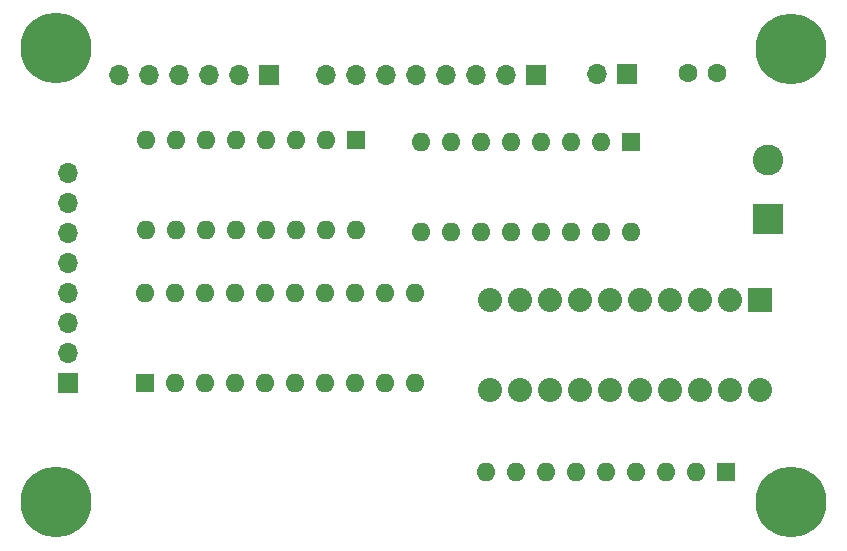
<source format=gbr>
%TF.GenerationSoftware,KiCad,Pcbnew,(5.1.9-0-10_14)*%
%TF.CreationDate,2021-06-29T22:32:57-04:00*%
%TF.ProjectId,COUNTER,434f554e-5445-4522-9e6b-696361645f70,rev?*%
%TF.SameCoordinates,Original*%
%TF.FileFunction,Soldermask,Bot*%
%TF.FilePolarity,Negative*%
%FSLAX46Y46*%
G04 Gerber Fmt 4.6, Leading zero omitted, Abs format (unit mm)*
G04 Created by KiCad (PCBNEW (5.1.9-0-10_14)) date 2021-06-29 22:32:57*
%MOMM*%
%LPD*%
G01*
G04 APERTURE LIST*
%ADD10O,1.700000X1.700000*%
%ADD11R,1.700000X1.700000*%
%ADD12C,0.800000*%
%ADD13C,6.000000*%
%ADD14O,1.600000X1.600000*%
%ADD15R,1.600000X1.600000*%
%ADD16C,2.032000*%
%ADD17R,2.032000X2.032000*%
%ADD18C,2.600000*%
%ADD19R,2.600000X2.600000*%
%ADD20C,1.600000*%
G04 APERTURE END LIST*
D10*
%TO.C,J22*%
X85595500Y-36806000D03*
X88135500Y-36806000D03*
X90675500Y-36806000D03*
X93215500Y-36806000D03*
X95755500Y-36806000D03*
D11*
X98295500Y-36806000D03*
%TD*%
D12*
%TO.C,REF\u002A\u002A*%
X144082490Y-71427510D03*
X142491500Y-70768500D03*
X140900510Y-71427510D03*
X140241500Y-73018500D03*
X140900510Y-74609490D03*
X142491500Y-75268500D03*
X144082490Y-74609490D03*
X144741500Y-73018500D03*
D13*
X142491500Y-73018500D03*
%TD*%
%TO.C,REF\u002A\u002A*%
X80191500Y-73008500D03*
D12*
X82441500Y-73008500D03*
X81782490Y-74599490D03*
X80191500Y-75258500D03*
X78600510Y-74599490D03*
X77941500Y-73008500D03*
X78600510Y-71417510D03*
X80191500Y-70758500D03*
X81782490Y-71417510D03*
%TD*%
D13*
%TO.C,REF\u002A\u002A*%
X142461500Y-34608500D03*
D12*
X144711500Y-34608500D03*
X144052490Y-36199490D03*
X142461500Y-36858500D03*
X140870510Y-36199490D03*
X140211500Y-34608500D03*
X140870510Y-33017510D03*
X142461500Y-32358500D03*
X144052490Y-33017510D03*
%TD*%
%TO.C,REF\u002A\u002A*%
X81782490Y-32957510D03*
X80191500Y-32298500D03*
X78600510Y-32957510D03*
X77941500Y-34548500D03*
X78600510Y-36139490D03*
X80191500Y-36798500D03*
X81782490Y-36139490D03*
X82441500Y-34548500D03*
D13*
X80191500Y-34548500D03*
%TD*%
D14*
%TO.C,RN1*%
X116641500Y-70458500D03*
X119181500Y-70458500D03*
X121721500Y-70458500D03*
X124261500Y-70458500D03*
X126801500Y-70458500D03*
X129341500Y-70458500D03*
X131881500Y-70458500D03*
X134421500Y-70458500D03*
D15*
X136961500Y-70458500D03*
%TD*%
D16*
%TO.C,BAR1*%
X139871500Y-63498500D03*
X137331500Y-63498500D03*
X134791500Y-63498500D03*
X132251500Y-63498500D03*
X119551500Y-55878500D03*
X117011500Y-55878500D03*
X117011500Y-63498500D03*
X119551500Y-63498500D03*
X122091500Y-55878500D03*
X124631500Y-55878500D03*
X127171500Y-55878500D03*
X129711500Y-55878500D03*
X129711500Y-63498500D03*
X127171500Y-63498500D03*
X124631500Y-63498500D03*
X122091500Y-63498500D03*
X132251500Y-55878500D03*
X134791500Y-55878500D03*
X137331500Y-55878500D03*
D17*
X139871500Y-55878500D03*
%TD*%
D18*
%TO.C,J1*%
X140471500Y-43998500D03*
D19*
X140471500Y-48998500D03*
%TD*%
D10*
%TO.C,J23*%
X103121500Y-36806000D03*
X105661500Y-36806000D03*
X108201500Y-36806000D03*
X110741500Y-36806000D03*
X113281500Y-36806000D03*
X115821500Y-36806000D03*
X118361500Y-36806000D03*
D11*
X120901500Y-36806000D03*
%TD*%
D10*
%TO.C,J24*%
X81244000Y-45168500D03*
X81244000Y-47708500D03*
X81244000Y-50248500D03*
X81244000Y-52788500D03*
X81244000Y-55328500D03*
X81244000Y-57868500D03*
X81244000Y-60408500D03*
D11*
X81244000Y-62948500D03*
%TD*%
D14*
%TO.C,U14*%
X128936000Y-50101500D03*
X111156000Y-42481500D03*
X126396000Y-50101500D03*
X113696000Y-42481500D03*
X123856000Y-50101500D03*
X116236000Y-42481500D03*
X121316000Y-50101500D03*
X118776000Y-42481500D03*
X118776000Y-50101500D03*
X121316000Y-42481500D03*
X116236000Y-50101500D03*
X123856000Y-42481500D03*
X113696000Y-50101500D03*
X126396000Y-42481500D03*
X111156000Y-50101500D03*
D15*
X128936000Y-42481500D03*
%TD*%
D14*
%TO.C,U47*%
X87757000Y-55308500D03*
X110617000Y-62928500D03*
X90297000Y-55308500D03*
X108077000Y-62928500D03*
X92837000Y-55308500D03*
X105537000Y-62928500D03*
X95377000Y-55308500D03*
X102997000Y-62928500D03*
X97917000Y-55308500D03*
X100457000Y-62928500D03*
X100457000Y-55308500D03*
X97917000Y-62928500D03*
X102997000Y-55308500D03*
X95377000Y-62928500D03*
X105537000Y-55308500D03*
X92837000Y-62928500D03*
X108077000Y-55308500D03*
X90297000Y-62928500D03*
X110617000Y-55308500D03*
D15*
X87757000Y-62928500D03*
%TD*%
D14*
%TO.C,U12*%
X105664000Y-49974500D03*
X87884000Y-42354500D03*
X103124000Y-49974500D03*
X90424000Y-42354500D03*
X100584000Y-49974500D03*
X92964000Y-42354500D03*
X98044000Y-49974500D03*
X95504000Y-42354500D03*
X95504000Y-49974500D03*
X98044000Y-42354500D03*
X92964000Y-49974500D03*
X100584000Y-42354500D03*
X90424000Y-49974500D03*
X103124000Y-42354500D03*
X87884000Y-49974500D03*
D15*
X105664000Y-42354500D03*
%TD*%
D10*
%TO.C,J10*%
X125989000Y-36719500D03*
D11*
X128529000Y-36719500D03*
%TD*%
D20*
%TO.C,C10*%
X136231500Y-36628500D03*
X133731500Y-36628500D03*
%TD*%
M02*

</source>
